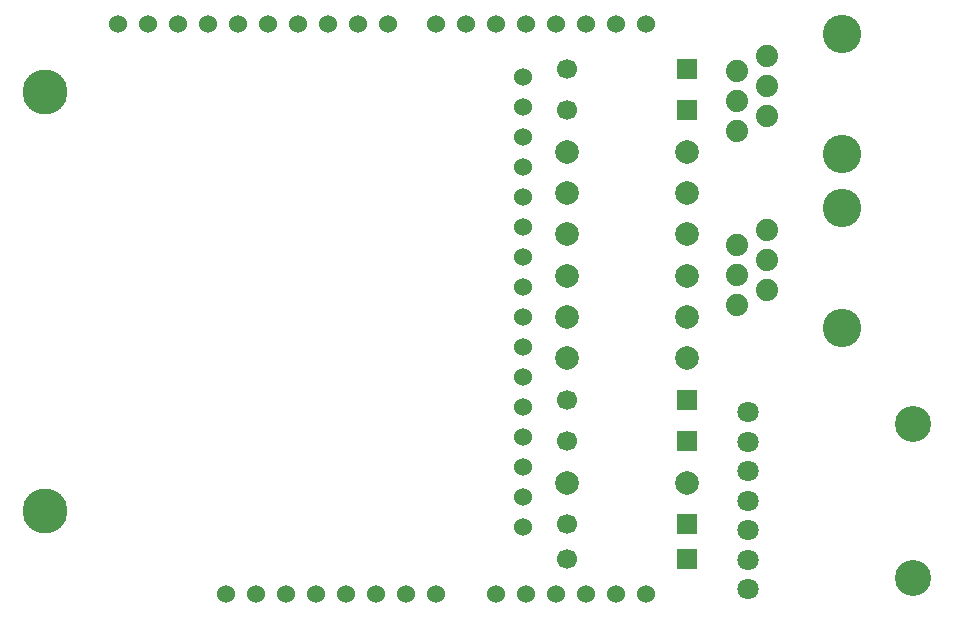
<source format=gbr>
G04 #@! TF.FileFunction,Soldermask,Top*
%FSLAX46Y46*%
G04 Gerber Fmt 4.6, Leading zero omitted, Abs format (unit mm)*
G04 Created by KiCad (PCBNEW 4.0.2-stable) date Tuesday, December 06, 2016 'PMt' 03:41:46 PM*
%MOMM*%
G01*
G04 APERTURE LIST*
%ADD10C,0.100000*%
%ADD11C,1.699260*%
%ADD12R,1.699260X1.699260*%
%ADD13C,1.998980*%
%ADD14C,1.879600*%
%ADD15C,3.251200*%
%ADD16C,1.524000*%
%ADD17C,3.048000*%
%ADD18C,1.800000*%
%ADD19C,3.810000*%
G04 APERTURE END LIST*
D10*
D11*
X160839480Y-125502540D03*
D12*
X170999480Y-125502540D03*
D11*
X160839480Y-122502540D03*
D12*
X170999480Y-122502540D03*
D11*
X160839480Y-87502540D03*
D12*
X170999480Y-87502540D03*
D11*
X160839480Y-84002540D03*
D12*
X170999480Y-84002540D03*
D11*
X160839480Y-115502540D03*
D12*
X170999480Y-115502540D03*
D11*
X160839480Y-112002540D03*
D12*
X170999480Y-112002540D03*
D13*
X171000000Y-119000000D03*
X160840000Y-119000000D03*
X171000000Y-101500000D03*
X160840000Y-101500000D03*
X171000000Y-98000000D03*
X160840000Y-98000000D03*
X171000000Y-94500000D03*
X160840000Y-94500000D03*
X171000000Y-91000000D03*
X160840000Y-91000000D03*
X171000000Y-105000000D03*
X160840000Y-105000000D03*
X171000000Y-108500000D03*
X160840000Y-108500000D03*
D14*
X175260000Y-104013000D03*
X177800000Y-102743000D03*
X175260000Y-101473000D03*
X177800000Y-100203000D03*
X175260000Y-98933000D03*
X177800000Y-97663000D03*
D15*
X184150000Y-105918000D03*
X184150000Y-95758000D03*
D16*
X167501100Y-128463600D03*
X164961100Y-128463600D03*
X162421100Y-128463600D03*
X154801100Y-128463600D03*
X157341100Y-128463600D03*
X159881100Y-128463600D03*
X149721100Y-128463600D03*
X147181100Y-128463600D03*
X144641100Y-128463600D03*
X139561100Y-128463600D03*
X137021100Y-128463600D03*
X167501100Y-80203600D03*
X164961100Y-80203600D03*
X162421100Y-80203600D03*
X159881100Y-80203600D03*
X157341100Y-80203600D03*
X154801100Y-80203600D03*
X152261100Y-80203600D03*
X149721100Y-80203600D03*
X145657100Y-80203600D03*
X143117100Y-80203600D03*
X140577100Y-80203600D03*
X138037100Y-80203600D03*
X135497100Y-80203600D03*
X132957100Y-80203600D03*
X130417100Y-80203600D03*
X127877100Y-80203600D03*
X142101100Y-128463600D03*
X125337100Y-80203600D03*
X122797100Y-80203600D03*
X134481100Y-128463600D03*
X131941100Y-128463600D03*
D17*
X190184800Y-127048400D03*
D18*
X176184800Y-120548400D03*
X176184800Y-118048400D03*
X176184800Y-115548400D03*
X176184800Y-113048400D03*
X176184800Y-123048400D03*
X176184800Y-125548400D03*
X176184800Y-128048400D03*
D17*
X190184800Y-114048400D03*
D19*
X116674800Y-85932800D03*
D16*
X157149800Y-122732800D03*
X157149800Y-120192800D03*
X157149800Y-117652800D03*
X157149800Y-115112800D03*
X157149800Y-112572800D03*
X157149800Y-110032800D03*
X157149800Y-107492800D03*
X157149800Y-104952800D03*
X157149800Y-102412800D03*
X157149800Y-99872800D03*
X157149800Y-97332800D03*
X157149800Y-94792800D03*
X157149800Y-92252800D03*
X157149800Y-89712800D03*
X157149800Y-87172800D03*
X157149800Y-84632800D03*
D19*
X116674800Y-121432800D03*
D14*
X175209200Y-89281000D03*
X177749200Y-88011000D03*
X175209200Y-86741000D03*
X177749200Y-85471000D03*
X175209200Y-84201000D03*
X177749200Y-82931000D03*
D15*
X184099200Y-91186000D03*
X184099200Y-81026000D03*
M02*

</source>
